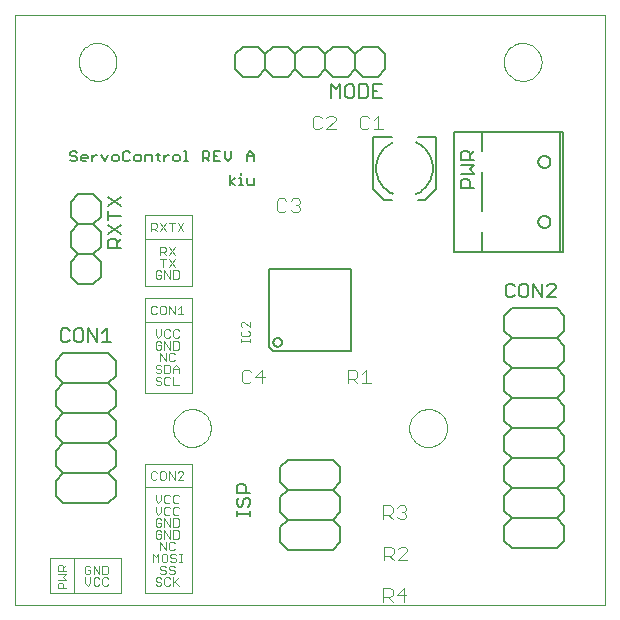
<source format=gto>
G75*
G70*
%OFA0B0*%
%FSLAX24Y24*%
%IPPOS*%
%LPD*%
%AMOC8*
5,1,8,0,0,1.08239X$1,22.5*
%
%ADD10C,0.0000*%
%ADD11C,0.0040*%
%ADD12C,0.0039*%
%ADD13C,0.0060*%
%ADD14C,0.0050*%
%ADD15C,0.0030*%
%ADD16C,0.0080*%
D10*
X000574Y000574D02*
X020259Y000574D01*
X020259Y020259D01*
X000574Y020259D01*
X000574Y000574D01*
X005849Y006479D02*
X005851Y006529D01*
X005857Y006579D01*
X005867Y006628D01*
X005881Y006676D01*
X005898Y006723D01*
X005919Y006768D01*
X005944Y006812D01*
X005972Y006853D01*
X006004Y006892D01*
X006038Y006929D01*
X006075Y006963D01*
X006115Y006993D01*
X006157Y007020D01*
X006201Y007044D01*
X006247Y007065D01*
X006294Y007081D01*
X006342Y007094D01*
X006392Y007103D01*
X006441Y007108D01*
X006492Y007109D01*
X006542Y007106D01*
X006591Y007099D01*
X006640Y007088D01*
X006688Y007073D01*
X006734Y007055D01*
X006779Y007033D01*
X006822Y007007D01*
X006863Y006978D01*
X006902Y006946D01*
X006938Y006911D01*
X006970Y006873D01*
X007000Y006833D01*
X007027Y006790D01*
X007050Y006746D01*
X007069Y006700D01*
X007085Y006652D01*
X007097Y006603D01*
X007105Y006554D01*
X007109Y006504D01*
X007109Y006454D01*
X007105Y006404D01*
X007097Y006355D01*
X007085Y006306D01*
X007069Y006258D01*
X007050Y006212D01*
X007027Y006168D01*
X007000Y006125D01*
X006970Y006085D01*
X006938Y006047D01*
X006902Y006012D01*
X006863Y005980D01*
X006822Y005951D01*
X006779Y005925D01*
X006734Y005903D01*
X006688Y005885D01*
X006640Y005870D01*
X006591Y005859D01*
X006542Y005852D01*
X006492Y005849D01*
X006441Y005850D01*
X006392Y005855D01*
X006342Y005864D01*
X006294Y005877D01*
X006247Y005893D01*
X006201Y005914D01*
X006157Y005938D01*
X006115Y005965D01*
X006075Y005995D01*
X006038Y006029D01*
X006004Y006066D01*
X005972Y006105D01*
X005944Y006146D01*
X005919Y006190D01*
X005898Y006235D01*
X005881Y006282D01*
X005867Y006330D01*
X005857Y006379D01*
X005851Y006429D01*
X005849Y006479D01*
X013723Y006479D02*
X013725Y006529D01*
X013731Y006579D01*
X013741Y006628D01*
X013755Y006676D01*
X013772Y006723D01*
X013793Y006768D01*
X013818Y006812D01*
X013846Y006853D01*
X013878Y006892D01*
X013912Y006929D01*
X013949Y006963D01*
X013989Y006993D01*
X014031Y007020D01*
X014075Y007044D01*
X014121Y007065D01*
X014168Y007081D01*
X014216Y007094D01*
X014266Y007103D01*
X014315Y007108D01*
X014366Y007109D01*
X014416Y007106D01*
X014465Y007099D01*
X014514Y007088D01*
X014562Y007073D01*
X014608Y007055D01*
X014653Y007033D01*
X014696Y007007D01*
X014737Y006978D01*
X014776Y006946D01*
X014812Y006911D01*
X014844Y006873D01*
X014874Y006833D01*
X014901Y006790D01*
X014924Y006746D01*
X014943Y006700D01*
X014959Y006652D01*
X014971Y006603D01*
X014979Y006554D01*
X014983Y006504D01*
X014983Y006454D01*
X014979Y006404D01*
X014971Y006355D01*
X014959Y006306D01*
X014943Y006258D01*
X014924Y006212D01*
X014901Y006168D01*
X014874Y006125D01*
X014844Y006085D01*
X014812Y006047D01*
X014776Y006012D01*
X014737Y005980D01*
X014696Y005951D01*
X014653Y005925D01*
X014608Y005903D01*
X014562Y005885D01*
X014514Y005870D01*
X014465Y005859D01*
X014416Y005852D01*
X014366Y005849D01*
X014315Y005850D01*
X014266Y005855D01*
X014216Y005864D01*
X014168Y005877D01*
X014121Y005893D01*
X014075Y005914D01*
X014031Y005938D01*
X013989Y005965D01*
X013949Y005995D01*
X013912Y006029D01*
X013878Y006066D01*
X013846Y006105D01*
X013818Y006146D01*
X013793Y006190D01*
X013772Y006235D01*
X013755Y006282D01*
X013741Y006330D01*
X013731Y006379D01*
X013725Y006429D01*
X013723Y006479D01*
X016873Y018684D02*
X016875Y018734D01*
X016881Y018784D01*
X016891Y018833D01*
X016905Y018881D01*
X016922Y018928D01*
X016943Y018973D01*
X016968Y019017D01*
X016996Y019058D01*
X017028Y019097D01*
X017062Y019134D01*
X017099Y019168D01*
X017139Y019198D01*
X017181Y019225D01*
X017225Y019249D01*
X017271Y019270D01*
X017318Y019286D01*
X017366Y019299D01*
X017416Y019308D01*
X017465Y019313D01*
X017516Y019314D01*
X017566Y019311D01*
X017615Y019304D01*
X017664Y019293D01*
X017712Y019278D01*
X017758Y019260D01*
X017803Y019238D01*
X017846Y019212D01*
X017887Y019183D01*
X017926Y019151D01*
X017962Y019116D01*
X017994Y019078D01*
X018024Y019038D01*
X018051Y018995D01*
X018074Y018951D01*
X018093Y018905D01*
X018109Y018857D01*
X018121Y018808D01*
X018129Y018759D01*
X018133Y018709D01*
X018133Y018659D01*
X018129Y018609D01*
X018121Y018560D01*
X018109Y018511D01*
X018093Y018463D01*
X018074Y018417D01*
X018051Y018373D01*
X018024Y018330D01*
X017994Y018290D01*
X017962Y018252D01*
X017926Y018217D01*
X017887Y018185D01*
X017846Y018156D01*
X017803Y018130D01*
X017758Y018108D01*
X017712Y018090D01*
X017664Y018075D01*
X017615Y018064D01*
X017566Y018057D01*
X017516Y018054D01*
X017465Y018055D01*
X017416Y018060D01*
X017366Y018069D01*
X017318Y018082D01*
X017271Y018098D01*
X017225Y018119D01*
X017181Y018143D01*
X017139Y018170D01*
X017099Y018200D01*
X017062Y018234D01*
X017028Y018271D01*
X016996Y018310D01*
X016968Y018351D01*
X016943Y018395D01*
X016922Y018440D01*
X016905Y018487D01*
X016891Y018535D01*
X016881Y018584D01*
X016875Y018634D01*
X016873Y018684D01*
X002700Y018684D02*
X002702Y018734D01*
X002708Y018784D01*
X002718Y018833D01*
X002732Y018881D01*
X002749Y018928D01*
X002770Y018973D01*
X002795Y019017D01*
X002823Y019058D01*
X002855Y019097D01*
X002889Y019134D01*
X002926Y019168D01*
X002966Y019198D01*
X003008Y019225D01*
X003052Y019249D01*
X003098Y019270D01*
X003145Y019286D01*
X003193Y019299D01*
X003243Y019308D01*
X003292Y019313D01*
X003343Y019314D01*
X003393Y019311D01*
X003442Y019304D01*
X003491Y019293D01*
X003539Y019278D01*
X003585Y019260D01*
X003630Y019238D01*
X003673Y019212D01*
X003714Y019183D01*
X003753Y019151D01*
X003789Y019116D01*
X003821Y019078D01*
X003851Y019038D01*
X003878Y018995D01*
X003901Y018951D01*
X003920Y018905D01*
X003936Y018857D01*
X003948Y018808D01*
X003956Y018759D01*
X003960Y018709D01*
X003960Y018659D01*
X003956Y018609D01*
X003948Y018560D01*
X003936Y018511D01*
X003920Y018463D01*
X003901Y018417D01*
X003878Y018373D01*
X003851Y018330D01*
X003821Y018290D01*
X003789Y018252D01*
X003753Y018217D01*
X003714Y018185D01*
X003673Y018156D01*
X003630Y018130D01*
X003585Y018108D01*
X003539Y018090D01*
X003491Y018075D01*
X003442Y018064D01*
X003393Y018057D01*
X003343Y018054D01*
X003292Y018055D01*
X003243Y018060D01*
X003193Y018069D01*
X003145Y018082D01*
X003098Y018098D01*
X003052Y018119D01*
X003008Y018143D01*
X002966Y018170D01*
X002926Y018200D01*
X002889Y018234D01*
X002855Y018271D01*
X002823Y018310D01*
X002795Y018351D01*
X002770Y018395D01*
X002749Y018440D01*
X002732Y018487D01*
X002718Y018535D01*
X002708Y018584D01*
X002702Y018634D01*
X002700Y018684D01*
D11*
X005123Y013312D02*
X005263Y013312D01*
X005309Y013266D01*
X005309Y013172D01*
X005263Y013126D01*
X005123Y013126D01*
X005216Y013126D02*
X005309Y013032D01*
X005417Y013032D02*
X005604Y013312D01*
X005712Y013312D02*
X005899Y013312D01*
X005805Y013312D02*
X005805Y013032D01*
X005604Y013032D02*
X005417Y013312D01*
X005123Y013312D02*
X005123Y013032D01*
X005417Y012525D02*
X005557Y012525D01*
X005604Y012478D01*
X005604Y012385D01*
X005557Y012338D01*
X005417Y012338D01*
X005417Y012245D02*
X005417Y012525D01*
X005511Y012338D02*
X005604Y012245D01*
X005712Y012245D02*
X005899Y012525D01*
X005712Y012525D02*
X005899Y012245D01*
X005899Y012131D02*
X005712Y011851D01*
X005751Y011738D02*
X005751Y011457D01*
X005564Y011738D01*
X005564Y011457D01*
X005457Y011504D02*
X005457Y011597D01*
X005363Y011597D01*
X005270Y011504D02*
X005317Y011457D01*
X005410Y011457D01*
X005457Y011504D01*
X005457Y011691D02*
X005410Y011738D01*
X005317Y011738D01*
X005270Y011691D01*
X005270Y011504D01*
X005511Y011851D02*
X005511Y012131D01*
X005604Y012131D02*
X005417Y012131D01*
X005712Y012131D02*
X005899Y011851D01*
X005859Y011738D02*
X005999Y011738D01*
X006046Y011691D01*
X006046Y011504D01*
X005999Y011457D01*
X005859Y011457D01*
X005859Y011738D01*
X005899Y010556D02*
X005899Y010276D01*
X005712Y010556D01*
X005712Y010276D01*
X005604Y010323D02*
X005604Y010510D01*
X005557Y010556D01*
X005464Y010556D01*
X005417Y010510D01*
X005417Y010323D01*
X005464Y010276D01*
X005557Y010276D01*
X005604Y010323D01*
X005309Y010323D02*
X005263Y010276D01*
X005169Y010276D01*
X005123Y010323D01*
X005123Y010510D01*
X005169Y010556D01*
X005263Y010556D01*
X005309Y010510D01*
X006006Y010463D02*
X006100Y010556D01*
X006100Y010276D01*
X006193Y010276D02*
X006006Y010276D01*
X005999Y009769D02*
X005906Y009769D01*
X005859Y009722D01*
X005859Y009536D01*
X005906Y009489D01*
X005999Y009489D01*
X006046Y009536D01*
X005999Y009375D02*
X006046Y009329D01*
X006046Y009142D01*
X005999Y009095D01*
X005859Y009095D01*
X005859Y009375D01*
X005999Y009375D01*
X005751Y009375D02*
X005751Y009095D01*
X005564Y009375D01*
X005564Y009095D01*
X005457Y009142D02*
X005457Y009235D01*
X005363Y009235D01*
X005270Y009142D02*
X005270Y009329D01*
X005317Y009375D01*
X005410Y009375D01*
X005457Y009329D01*
X005363Y009489D02*
X005457Y009582D01*
X005457Y009769D01*
X005564Y009722D02*
X005564Y009536D01*
X005611Y009489D01*
X005705Y009489D01*
X005751Y009536D01*
X005751Y009722D02*
X005705Y009769D01*
X005611Y009769D01*
X005564Y009722D01*
X005270Y009769D02*
X005270Y009582D01*
X005363Y009489D01*
X005270Y009142D02*
X005317Y009095D01*
X005410Y009095D01*
X005457Y009142D01*
X005417Y008982D02*
X005604Y008701D01*
X005604Y008982D01*
X005712Y008935D02*
X005712Y008748D01*
X005759Y008701D01*
X005852Y008701D01*
X005899Y008748D01*
X005953Y008588D02*
X006046Y008495D01*
X006046Y008308D01*
X006046Y008448D02*
X005859Y008448D01*
X005859Y008495D02*
X005953Y008588D01*
X005859Y008495D02*
X005859Y008308D01*
X005859Y008194D02*
X005859Y007914D01*
X006046Y007914D01*
X005751Y007961D02*
X005705Y007914D01*
X005611Y007914D01*
X005564Y007961D01*
X005564Y008148D01*
X005611Y008194D01*
X005705Y008194D01*
X005751Y008148D01*
X005705Y008308D02*
X005751Y008354D01*
X005751Y008541D01*
X005705Y008588D01*
X005564Y008588D01*
X005564Y008308D01*
X005705Y008308D01*
X005457Y008354D02*
X005410Y008308D01*
X005317Y008308D01*
X005270Y008354D01*
X005317Y008448D02*
X005410Y008448D01*
X005457Y008401D01*
X005457Y008354D01*
X005410Y008194D02*
X005317Y008194D01*
X005270Y008148D01*
X005270Y008101D01*
X005317Y008054D01*
X005410Y008054D01*
X005457Y008007D01*
X005457Y007961D01*
X005410Y007914D01*
X005317Y007914D01*
X005270Y007961D01*
X005457Y008148D02*
X005410Y008194D01*
X005317Y008448D02*
X005270Y008495D01*
X005270Y008541D01*
X005317Y008588D01*
X005410Y008588D01*
X005457Y008541D01*
X005417Y008701D02*
X005417Y008982D01*
X005712Y008935D02*
X005759Y008982D01*
X005852Y008982D01*
X005899Y008935D01*
X006046Y009722D02*
X005999Y009769D01*
X008137Y008351D02*
X008137Y008044D01*
X008214Y007968D01*
X008368Y007968D01*
X008444Y008044D01*
X008598Y008198D02*
X008905Y008198D01*
X008828Y007968D02*
X008828Y008428D01*
X008598Y008198D01*
X008444Y008351D02*
X008368Y008428D01*
X008214Y008428D01*
X008137Y008351D01*
X006147Y005045D02*
X006053Y005045D01*
X006006Y004998D01*
X005899Y005045D02*
X005899Y004764D01*
X005712Y005045D01*
X005712Y004764D01*
X005604Y004811D02*
X005604Y004998D01*
X005557Y005045D01*
X005464Y005045D01*
X005417Y004998D01*
X005417Y004811D01*
X005464Y004764D01*
X005557Y004764D01*
X005604Y004811D01*
X005309Y004811D02*
X005263Y004764D01*
X005169Y004764D01*
X005123Y004811D01*
X005123Y004998D01*
X005169Y005045D01*
X005263Y005045D01*
X005309Y004998D01*
X006006Y004764D02*
X006193Y004951D01*
X006193Y004998D01*
X006147Y005045D01*
X006193Y004764D02*
X006006Y004764D01*
X005999Y004257D02*
X005906Y004257D01*
X005859Y004211D01*
X005859Y004024D01*
X005906Y003977D01*
X005999Y003977D01*
X006046Y004024D01*
X005999Y003864D02*
X005906Y003864D01*
X005859Y003817D01*
X005859Y003630D01*
X005906Y003583D01*
X005999Y003583D01*
X006046Y003630D01*
X005999Y003470D02*
X005859Y003470D01*
X005859Y003190D01*
X005999Y003190D01*
X006046Y003236D01*
X006046Y003423D01*
X005999Y003470D01*
X005751Y003470D02*
X005751Y003190D01*
X005564Y003470D01*
X005564Y003190D01*
X005564Y003076D02*
X005751Y002796D01*
X005751Y003076D01*
X005859Y003076D02*
X005859Y002796D01*
X005999Y002796D01*
X006046Y002843D01*
X006046Y003029D01*
X005999Y003076D01*
X005859Y003076D01*
X005564Y003076D02*
X005564Y002796D01*
X005457Y002843D02*
X005457Y002936D01*
X005363Y002936D01*
X005270Y003029D02*
X005270Y002843D01*
X005317Y002796D01*
X005410Y002796D01*
X005457Y002843D01*
X005417Y002682D02*
X005604Y002402D01*
X005604Y002682D01*
X005712Y002636D02*
X005712Y002449D01*
X005759Y002402D01*
X005852Y002402D01*
X005899Y002449D01*
X005901Y002289D02*
X005808Y002289D01*
X005761Y002242D01*
X005761Y002195D01*
X005808Y002149D01*
X005901Y002149D01*
X005948Y002102D01*
X005948Y002055D01*
X005901Y002009D01*
X005808Y002009D01*
X005761Y002055D01*
X005653Y002055D02*
X005653Y002242D01*
X005606Y002289D01*
X005513Y002289D01*
X005466Y002242D01*
X005466Y002055D01*
X005513Y002009D01*
X005606Y002009D01*
X005653Y002055D01*
X005557Y001895D02*
X005604Y001848D01*
X005557Y001895D02*
X005464Y001895D01*
X005417Y001848D01*
X005417Y001802D01*
X005464Y001755D01*
X005557Y001755D01*
X005604Y001708D01*
X005604Y001662D01*
X005557Y001615D01*
X005464Y001615D01*
X005417Y001662D01*
X005410Y001501D02*
X005457Y001455D01*
X005410Y001501D02*
X005317Y001501D01*
X005270Y001455D01*
X005270Y001408D01*
X005317Y001361D01*
X005410Y001361D01*
X005457Y001315D01*
X005457Y001268D01*
X005410Y001221D01*
X005317Y001221D01*
X005270Y001268D01*
X005564Y001268D02*
X005611Y001221D01*
X005705Y001221D01*
X005751Y001268D01*
X005859Y001315D02*
X006046Y001501D01*
X005859Y001501D02*
X005859Y001221D01*
X005906Y001361D02*
X006046Y001221D01*
X005751Y001455D02*
X005705Y001501D01*
X005611Y001501D01*
X005564Y001455D01*
X005564Y001268D01*
X005759Y001615D02*
X005712Y001662D01*
X005759Y001615D02*
X005852Y001615D01*
X005899Y001662D01*
X005899Y001708D01*
X005852Y001755D01*
X005759Y001755D01*
X005712Y001802D01*
X005712Y001848D01*
X005759Y001895D01*
X005852Y001895D01*
X005899Y001848D01*
X006056Y002009D02*
X006149Y002009D01*
X006102Y002009D02*
X006102Y002289D01*
X006056Y002289D02*
X006149Y002289D01*
X005948Y002242D02*
X005901Y002289D01*
X005899Y002636D02*
X005852Y002682D01*
X005759Y002682D01*
X005712Y002636D01*
X005417Y002682D02*
X005417Y002402D01*
X005358Y002289D02*
X005358Y002009D01*
X005172Y002009D02*
X005172Y002289D01*
X005265Y002195D01*
X005358Y002289D01*
X005270Y003029D02*
X005317Y003076D01*
X005410Y003076D01*
X005457Y003029D01*
X005410Y003190D02*
X005457Y003236D01*
X005457Y003330D01*
X005363Y003330D01*
X005270Y003423D02*
X005270Y003236D01*
X005317Y003190D01*
X005410Y003190D01*
X005457Y003423D02*
X005410Y003470D01*
X005317Y003470D01*
X005270Y003423D01*
X005363Y003583D02*
X005457Y003677D01*
X005457Y003864D01*
X005564Y003817D02*
X005564Y003630D01*
X005611Y003583D01*
X005705Y003583D01*
X005751Y003630D01*
X005751Y003817D02*
X005705Y003864D01*
X005611Y003864D01*
X005564Y003817D01*
X005611Y003977D02*
X005705Y003977D01*
X005751Y004024D01*
X005611Y003977D02*
X005564Y004024D01*
X005564Y004211D01*
X005611Y004257D01*
X005705Y004257D01*
X005751Y004211D01*
X005999Y004257D02*
X006046Y004211D01*
X005999Y003864D02*
X006046Y003817D01*
X005457Y004070D02*
X005457Y004257D01*
X005457Y004070D02*
X005363Y003977D01*
X005270Y004070D01*
X005270Y004257D01*
X005270Y003864D02*
X005270Y003677D01*
X005363Y003583D01*
X003637Y001895D02*
X003497Y001895D01*
X003497Y001615D01*
X003637Y001615D01*
X003684Y001662D01*
X003684Y001848D01*
X003637Y001895D01*
X003389Y001895D02*
X003389Y001615D01*
X003202Y001895D01*
X003202Y001615D01*
X003094Y001662D02*
X003094Y001755D01*
X003001Y001755D01*
X002908Y001848D02*
X002908Y001662D01*
X002954Y001615D01*
X003048Y001615D01*
X003094Y001662D01*
X003094Y001501D02*
X003094Y001315D01*
X003001Y001221D01*
X002908Y001315D01*
X002908Y001501D01*
X002908Y001848D02*
X002954Y001895D01*
X003048Y001895D01*
X003094Y001848D01*
X003249Y001501D02*
X003202Y001455D01*
X003202Y001268D01*
X003249Y001221D01*
X003342Y001221D01*
X003389Y001268D01*
X003497Y001268D02*
X003544Y001221D01*
X003637Y001221D01*
X003684Y001268D01*
X003684Y001455D02*
X003637Y001501D01*
X003544Y001501D01*
X003497Y001455D01*
X003497Y001268D01*
X003389Y001455D02*
X003342Y001501D01*
X003249Y001501D01*
X002289Y001431D02*
X002195Y001524D01*
X002289Y001617D01*
X002008Y001617D01*
X002008Y001725D02*
X002008Y001865D01*
X002055Y001912D01*
X002148Y001912D01*
X002195Y001865D01*
X002195Y001725D01*
X002289Y001725D02*
X002008Y001725D01*
X002195Y001819D02*
X002289Y001912D01*
X002289Y001431D02*
X002008Y001431D01*
X002055Y001323D02*
X002148Y001323D01*
X002195Y001276D01*
X002195Y001136D01*
X002289Y001136D02*
X002008Y001136D01*
X002008Y001276D01*
X002055Y001323D01*
X011681Y007968D02*
X011681Y008428D01*
X011911Y008428D01*
X011988Y008351D01*
X011988Y008198D01*
X011911Y008121D01*
X011681Y008121D01*
X011834Y008121D02*
X011988Y007968D01*
X012141Y007968D02*
X012448Y007968D01*
X012295Y007968D02*
X012295Y008428D01*
X012141Y008275D01*
X012862Y003901D02*
X013092Y003901D01*
X013169Y003824D01*
X013169Y003670D01*
X013092Y003594D01*
X012862Y003594D01*
X013015Y003594D02*
X013169Y003440D01*
X013322Y003517D02*
X013399Y003440D01*
X013552Y003440D01*
X013629Y003517D01*
X013629Y003594D01*
X013552Y003670D01*
X013476Y003670D01*
X013552Y003670D02*
X013629Y003747D01*
X013629Y003824D01*
X013552Y003901D01*
X013399Y003901D01*
X013322Y003824D01*
X012862Y003901D02*
X012862Y003440D01*
X012897Y002530D02*
X013127Y002530D01*
X013204Y002454D01*
X013204Y002300D01*
X013127Y002224D01*
X012897Y002224D01*
X013050Y002224D02*
X013204Y002070D01*
X013357Y002070D02*
X013664Y002377D01*
X013664Y002454D01*
X013587Y002530D01*
X013434Y002530D01*
X013357Y002454D01*
X013357Y002070D02*
X013664Y002070D01*
X012897Y002070D02*
X012897Y002530D01*
X012862Y001145D02*
X013092Y001145D01*
X013169Y001068D01*
X013169Y000914D01*
X013092Y000838D01*
X012862Y000838D01*
X013015Y000838D02*
X013169Y000684D01*
X013322Y000914D02*
X013629Y000914D01*
X013552Y000684D02*
X013552Y001145D01*
X013322Y000914D01*
X012862Y000684D02*
X012862Y001145D01*
X006193Y013032D02*
X006006Y013312D01*
X006193Y013312D02*
X006006Y013032D01*
X009319Y013753D02*
X009395Y013676D01*
X009549Y013676D01*
X009626Y013753D01*
X009779Y013753D02*
X009856Y013676D01*
X010009Y013676D01*
X010086Y013753D01*
X010086Y013830D01*
X010009Y013907D01*
X009932Y013907D01*
X010009Y013907D02*
X010086Y013983D01*
X010086Y014060D01*
X010009Y014137D01*
X009856Y014137D01*
X009779Y014060D01*
X009626Y014060D02*
X009549Y014137D01*
X009395Y014137D01*
X009319Y014060D01*
X009319Y013753D01*
X010576Y016432D02*
X010730Y016432D01*
X010807Y016509D01*
X010960Y016432D02*
X011267Y016739D01*
X011267Y016816D01*
X011190Y016893D01*
X011037Y016893D01*
X010960Y016816D01*
X010807Y016816D02*
X010730Y016893D01*
X010576Y016893D01*
X010500Y016816D01*
X010500Y016509D01*
X010576Y016432D01*
X010960Y016432D02*
X011267Y016432D01*
X012074Y016509D02*
X012151Y016432D01*
X012305Y016432D01*
X012381Y016509D01*
X012535Y016432D02*
X012842Y016432D01*
X012688Y016432D02*
X012688Y016893D01*
X012535Y016739D01*
X012381Y016816D02*
X012305Y016893D01*
X012151Y016893D01*
X012074Y016816D01*
X012074Y016509D01*
D12*
X006479Y013566D02*
X006479Y012778D01*
X006479Y011204D01*
X004904Y011204D01*
X004904Y012778D01*
X004904Y013566D01*
X006479Y013566D01*
X006479Y012778D02*
X004904Y012778D01*
X004904Y010810D02*
X004904Y010023D01*
X004904Y007660D01*
X006479Y007660D01*
X006479Y010023D01*
X006479Y010810D01*
X004904Y010810D01*
X004904Y010023D02*
X006479Y010023D01*
X006479Y005298D02*
X004904Y005298D01*
X004904Y004511D01*
X004904Y000967D01*
X006479Y000967D01*
X006479Y004511D01*
X006479Y005298D01*
X006479Y004511D02*
X004904Y004511D01*
X004117Y002149D02*
X002542Y002149D01*
X001755Y002149D01*
X001755Y000967D01*
X002542Y000967D01*
X004117Y000967D01*
X004117Y002149D01*
X002542Y002149D02*
X002542Y000967D01*
D13*
X002186Y003979D02*
X003686Y003979D01*
X003936Y004229D01*
X003936Y004729D01*
X003686Y004979D01*
X002186Y004979D01*
X001936Y004729D01*
X001936Y004229D01*
X002186Y003979D01*
X002186Y004979D02*
X001936Y005229D01*
X001936Y005729D01*
X002186Y005979D01*
X003686Y005979D01*
X003936Y005729D01*
X003936Y005229D01*
X003686Y004979D01*
X003686Y005979D02*
X003936Y006229D01*
X003936Y006729D01*
X003686Y006979D01*
X002186Y006979D01*
X001936Y006729D01*
X001936Y006229D01*
X002186Y005979D01*
X002186Y006979D02*
X001936Y007229D01*
X001936Y007729D01*
X002186Y007979D01*
X003686Y007979D01*
X003936Y007729D01*
X003936Y007229D01*
X003686Y006979D01*
X003686Y007979D02*
X003936Y008229D01*
X003936Y008729D01*
X003686Y008979D01*
X002186Y008979D01*
X001936Y008729D01*
X001936Y008229D01*
X002186Y007979D01*
X002686Y011278D02*
X002436Y011528D01*
X002436Y012028D01*
X002686Y012278D01*
X002436Y012528D01*
X002436Y013028D01*
X002686Y013278D01*
X002436Y013528D01*
X002436Y014028D01*
X002686Y014278D01*
X003186Y014278D01*
X003436Y014028D01*
X003436Y013528D01*
X003186Y013278D01*
X003436Y013028D01*
X003436Y012528D01*
X003186Y012278D01*
X003436Y012028D01*
X003436Y011528D01*
X003186Y011278D01*
X002686Y011278D01*
X002686Y012278D02*
X003186Y012278D01*
X003186Y013278D02*
X002686Y013278D01*
X002583Y015367D02*
X002470Y015367D01*
X002413Y015424D01*
X002470Y015538D02*
X002583Y015538D01*
X002640Y015481D01*
X002640Y015424D01*
X002583Y015367D01*
X002470Y015538D02*
X002413Y015594D01*
X002413Y015651D01*
X002470Y015708D01*
X002583Y015708D01*
X002640Y015651D01*
X002782Y015538D02*
X002838Y015594D01*
X002952Y015594D01*
X003008Y015538D01*
X003008Y015481D01*
X002782Y015481D01*
X002782Y015424D02*
X002782Y015538D01*
X002782Y015424D02*
X002838Y015367D01*
X002952Y015367D01*
X003150Y015367D02*
X003150Y015594D01*
X003150Y015481D02*
X003263Y015594D01*
X003320Y015594D01*
X003457Y015594D02*
X003570Y015367D01*
X003684Y015594D01*
X003825Y015538D02*
X003825Y015424D01*
X003882Y015367D01*
X003995Y015367D01*
X004052Y015424D01*
X004052Y015538D01*
X003995Y015594D01*
X003882Y015594D01*
X003825Y015538D01*
X004193Y015651D02*
X004193Y015424D01*
X004250Y015367D01*
X004364Y015367D01*
X004420Y015424D01*
X004562Y015424D02*
X004618Y015367D01*
X004732Y015367D01*
X004789Y015424D01*
X004789Y015538D01*
X004732Y015594D01*
X004618Y015594D01*
X004562Y015538D01*
X004562Y015424D01*
X004420Y015651D02*
X004364Y015708D01*
X004250Y015708D01*
X004193Y015651D01*
X004930Y015594D02*
X004930Y015367D01*
X005157Y015367D02*
X005157Y015538D01*
X005100Y015594D01*
X004930Y015594D01*
X005298Y015594D02*
X005412Y015594D01*
X005355Y015651D02*
X005355Y015424D01*
X005412Y015367D01*
X005544Y015367D02*
X005544Y015594D01*
X005544Y015481D02*
X005657Y015594D01*
X005714Y015594D01*
X005851Y015538D02*
X005851Y015424D01*
X005908Y015367D01*
X006021Y015367D01*
X006078Y015424D01*
X006078Y015538D01*
X006021Y015594D01*
X005908Y015594D01*
X005851Y015538D01*
X006219Y015708D02*
X006276Y015708D01*
X006276Y015367D01*
X006219Y015367D02*
X006333Y015367D01*
X006833Y015367D02*
X006833Y015708D01*
X007003Y015708D01*
X007060Y015651D01*
X007060Y015538D01*
X007003Y015481D01*
X006833Y015481D01*
X006946Y015481D02*
X007060Y015367D01*
X007201Y015367D02*
X007428Y015367D01*
X007570Y015481D02*
X007683Y015367D01*
X007796Y015481D01*
X007796Y015708D01*
X007570Y015708D02*
X007570Y015481D01*
X007315Y015538D02*
X007201Y015538D01*
X007201Y015708D02*
X007201Y015367D01*
X007201Y015708D02*
X007428Y015708D01*
X007754Y014920D02*
X007754Y014580D01*
X007754Y014694D02*
X007924Y014807D01*
X008061Y014807D02*
X008117Y014807D01*
X008117Y014580D01*
X008061Y014580D02*
X008174Y014580D01*
X008306Y014637D02*
X008363Y014580D01*
X008533Y014580D01*
X008533Y014807D01*
X008306Y014807D02*
X008306Y014637D01*
X008117Y014920D02*
X008117Y014977D01*
X007924Y014580D02*
X007754Y014694D01*
X008306Y015367D02*
X008306Y015594D01*
X008420Y015708D01*
X008533Y015594D01*
X008533Y015367D01*
X008533Y015538D02*
X008306Y015538D01*
X008166Y018184D02*
X007916Y018434D01*
X007916Y018934D01*
X008166Y019184D01*
X008666Y019184D01*
X008916Y018934D01*
X009166Y019184D01*
X009666Y019184D01*
X009916Y018934D01*
X010166Y019184D01*
X010666Y019184D01*
X010916Y018934D01*
X011166Y019184D01*
X011666Y019184D01*
X011916Y018934D01*
X012166Y019184D01*
X012666Y019184D01*
X012916Y018934D01*
X012916Y018434D01*
X012666Y018184D01*
X012166Y018184D01*
X011916Y018434D01*
X011666Y018184D01*
X011166Y018184D01*
X010916Y018434D01*
X010916Y018934D01*
X010916Y018434D02*
X010666Y018184D01*
X010166Y018184D01*
X009916Y018434D01*
X009666Y018184D01*
X009166Y018184D01*
X008916Y018434D01*
X008666Y018184D01*
X008166Y018184D01*
X008916Y018434D02*
X008916Y018934D01*
X009916Y018934D02*
X009916Y018434D01*
X011916Y018434D02*
X011916Y018934D01*
X015209Y016353D02*
X016159Y016353D01*
X016159Y015703D01*
X016159Y016353D02*
X018759Y016353D01*
X018859Y016353D01*
X018859Y012353D01*
X018759Y012353D01*
X016159Y012353D01*
X016159Y013003D01*
X016159Y012353D02*
X015209Y012353D01*
X015209Y016353D01*
X016159Y015003D02*
X016159Y013703D01*
X018029Y013353D02*
X018031Y013381D01*
X018037Y013408D01*
X018046Y013434D01*
X018059Y013459D01*
X018076Y013482D01*
X018095Y013502D01*
X018117Y013519D01*
X018141Y013533D01*
X018167Y013543D01*
X018194Y013550D01*
X018222Y013553D01*
X018250Y013552D01*
X018277Y013547D01*
X018304Y013538D01*
X018329Y013526D01*
X018352Y013511D01*
X018373Y013492D01*
X018391Y013471D01*
X018406Y013447D01*
X018417Y013421D01*
X018425Y013395D01*
X018429Y013367D01*
X018429Y013339D01*
X018425Y013311D01*
X018417Y013285D01*
X018406Y013259D01*
X018391Y013235D01*
X018373Y013214D01*
X018352Y013195D01*
X018329Y013180D01*
X018304Y013168D01*
X018277Y013159D01*
X018250Y013154D01*
X018222Y013153D01*
X018194Y013156D01*
X018167Y013163D01*
X018141Y013173D01*
X018117Y013187D01*
X018095Y013204D01*
X018076Y013224D01*
X018059Y013247D01*
X018046Y013272D01*
X018037Y013298D01*
X018031Y013325D01*
X018029Y013353D01*
X018759Y012353D02*
X018759Y016353D01*
X018029Y015353D02*
X018031Y015381D01*
X018037Y015408D01*
X018046Y015434D01*
X018059Y015459D01*
X018076Y015482D01*
X018095Y015502D01*
X018117Y015519D01*
X018141Y015533D01*
X018167Y015543D01*
X018194Y015550D01*
X018222Y015553D01*
X018250Y015552D01*
X018277Y015547D01*
X018304Y015538D01*
X018329Y015526D01*
X018352Y015511D01*
X018373Y015492D01*
X018391Y015471D01*
X018406Y015447D01*
X018417Y015421D01*
X018425Y015395D01*
X018429Y015367D01*
X018429Y015339D01*
X018425Y015311D01*
X018417Y015285D01*
X018406Y015259D01*
X018391Y015235D01*
X018373Y015214D01*
X018352Y015195D01*
X018329Y015180D01*
X018304Y015168D01*
X018277Y015159D01*
X018250Y015154D01*
X018222Y015153D01*
X018194Y015156D01*
X018167Y015163D01*
X018141Y015173D01*
X018117Y015187D01*
X018095Y015204D01*
X018076Y015224D01*
X018059Y015247D01*
X018046Y015272D01*
X018037Y015298D01*
X018031Y015325D01*
X018029Y015353D01*
X018647Y010479D02*
X017147Y010479D01*
X016897Y010229D01*
X016897Y009729D01*
X017147Y009479D01*
X018647Y009479D01*
X018897Y009729D01*
X018897Y010229D01*
X018647Y010479D01*
X018647Y009479D02*
X018897Y009229D01*
X018897Y008729D01*
X018647Y008479D01*
X017147Y008479D01*
X016897Y008729D01*
X016897Y009229D01*
X017147Y009479D01*
X017147Y008479D02*
X016897Y008229D01*
X016897Y007729D01*
X017147Y007479D01*
X018647Y007479D01*
X018897Y007729D01*
X018897Y008229D01*
X018647Y008479D01*
X018647Y007479D02*
X018897Y007229D01*
X018897Y006729D01*
X018647Y006479D01*
X017147Y006479D01*
X016897Y006729D01*
X016897Y007229D01*
X017147Y007479D01*
X017147Y006479D02*
X016897Y006229D01*
X016897Y005729D01*
X017147Y005479D01*
X018647Y005479D01*
X018897Y005729D01*
X018897Y006229D01*
X018647Y006479D01*
X018647Y005479D02*
X018897Y005229D01*
X018897Y004729D01*
X018647Y004479D01*
X017147Y004479D01*
X016897Y004729D01*
X016897Y005229D01*
X017147Y005479D01*
X017147Y004479D02*
X016897Y004229D01*
X016897Y003729D01*
X017147Y003479D01*
X018647Y003479D01*
X018897Y003729D01*
X018897Y004229D01*
X018647Y004479D01*
X018647Y003479D02*
X018897Y003229D01*
X018897Y002729D01*
X018647Y002479D01*
X017147Y002479D01*
X016897Y002729D01*
X016897Y003229D01*
X017147Y003479D01*
X011796Y009036D02*
X009176Y009036D01*
X009036Y009176D01*
X009036Y011796D01*
X011796Y011796D01*
X011796Y009036D01*
X009195Y009336D02*
X009197Y009359D01*
X009203Y009382D01*
X009212Y009403D01*
X009225Y009423D01*
X009241Y009440D01*
X009259Y009454D01*
X009279Y009465D01*
X009301Y009473D01*
X009324Y009477D01*
X009348Y009477D01*
X009371Y009473D01*
X009393Y009465D01*
X009413Y009454D01*
X009431Y009440D01*
X009447Y009423D01*
X009460Y009403D01*
X009469Y009382D01*
X009475Y009359D01*
X009477Y009336D01*
X009475Y009313D01*
X009469Y009290D01*
X009460Y009269D01*
X009447Y009249D01*
X009431Y009232D01*
X009413Y009218D01*
X009393Y009207D01*
X009371Y009199D01*
X009348Y009195D01*
X009324Y009195D01*
X009301Y009199D01*
X009279Y009207D01*
X009259Y009218D01*
X009241Y009232D01*
X009225Y009249D01*
X009212Y009269D01*
X009203Y009290D01*
X009197Y009313D01*
X009195Y009336D01*
X009666Y005420D02*
X011166Y005420D01*
X011416Y005170D01*
X011416Y004670D01*
X011166Y004420D01*
X009666Y004420D01*
X009416Y004670D01*
X009416Y005170D01*
X009666Y005420D01*
X009666Y004420D02*
X009416Y004170D01*
X009416Y003670D01*
X009666Y003420D01*
X011166Y003420D01*
X011416Y003670D01*
X011416Y004170D01*
X011166Y004420D01*
X011166Y003420D02*
X011416Y003170D01*
X011416Y002670D01*
X011166Y002420D01*
X009666Y002420D01*
X009416Y002670D01*
X009416Y003170D01*
X009666Y003420D01*
D14*
X008423Y003551D02*
X008423Y003702D01*
X008423Y003627D02*
X007972Y003627D01*
X007972Y003702D02*
X007972Y003551D01*
X008047Y003858D02*
X008122Y003858D01*
X008198Y003933D01*
X008198Y004084D01*
X008273Y004159D01*
X008348Y004159D01*
X008423Y004084D01*
X008423Y003933D01*
X008348Y003858D01*
X008047Y003858D02*
X007972Y003933D01*
X007972Y004084D01*
X008047Y004159D01*
X007972Y004319D02*
X007972Y004544D01*
X008047Y004619D01*
X008198Y004619D01*
X008273Y004544D01*
X008273Y004319D01*
X008423Y004319D02*
X007972Y004319D01*
X003785Y009351D02*
X003485Y009351D01*
X003635Y009351D02*
X003635Y009801D01*
X003485Y009651D01*
X003325Y009801D02*
X003325Y009351D01*
X003024Y009801D01*
X003024Y009351D01*
X002864Y009426D02*
X002864Y009726D01*
X002789Y009801D01*
X002639Y009801D01*
X002564Y009726D01*
X002564Y009426D01*
X002639Y009351D01*
X002789Y009351D01*
X002864Y009426D01*
X002404Y009426D02*
X002329Y009351D01*
X002179Y009351D01*
X002104Y009426D01*
X002104Y009726D01*
X002179Y009801D01*
X002329Y009801D01*
X002404Y009726D01*
X003681Y012492D02*
X003681Y012717D01*
X003756Y012792D01*
X003906Y012792D01*
X003981Y012717D01*
X003981Y012492D01*
X004131Y012492D02*
X003681Y012492D01*
X003981Y012642D02*
X004131Y012792D01*
X004131Y012952D02*
X003681Y013253D01*
X003681Y013413D02*
X003681Y013713D01*
X003681Y013563D02*
X004131Y013563D01*
X004131Y013873D02*
X003681Y014173D01*
X003681Y013873D02*
X004131Y014173D01*
X004131Y013253D02*
X003681Y012952D01*
X011130Y017489D02*
X011130Y017939D01*
X011280Y017789D01*
X011430Y017939D01*
X011430Y017489D01*
X011590Y017564D02*
X011665Y017489D01*
X011815Y017489D01*
X011890Y017564D01*
X011890Y017864D01*
X011815Y017939D01*
X011665Y017939D01*
X011590Y017864D01*
X011590Y017564D01*
X012050Y017489D02*
X012050Y017939D01*
X012276Y017939D01*
X012351Y017864D01*
X012351Y017564D01*
X012276Y017489D01*
X012050Y017489D01*
X012511Y017489D02*
X012511Y017939D01*
X012811Y017939D01*
X012661Y017714D02*
X012511Y017714D01*
X012511Y017489D02*
X012811Y017489D01*
X015434Y015643D02*
X015434Y015418D01*
X015884Y015418D01*
X015734Y015418D02*
X015734Y015643D01*
X015659Y015718D01*
X015509Y015718D01*
X015434Y015643D01*
X015734Y015568D02*
X015884Y015718D01*
X015884Y015258D02*
X015434Y015258D01*
X015734Y015108D02*
X015884Y015258D01*
X015734Y015108D02*
X015884Y014957D01*
X015434Y014957D01*
X015509Y014797D02*
X015659Y014797D01*
X015734Y014722D01*
X015734Y014497D01*
X015884Y014497D02*
X015434Y014497D01*
X015434Y014722D01*
X015509Y014797D01*
X017012Y011285D02*
X016937Y011210D01*
X016937Y010910D01*
X017012Y010835D01*
X017162Y010835D01*
X017238Y010910D01*
X017398Y010910D02*
X017398Y011210D01*
X017473Y011285D01*
X017623Y011285D01*
X017698Y011210D01*
X017698Y010910D01*
X017623Y010835D01*
X017473Y010835D01*
X017398Y010910D01*
X017238Y011210D02*
X017162Y011285D01*
X017012Y011285D01*
X017858Y011285D02*
X017858Y010835D01*
X018158Y010835D02*
X017858Y011285D01*
X018158Y011285D02*
X018158Y010835D01*
X018318Y010835D02*
X018619Y011135D01*
X018619Y011210D01*
X018544Y011285D01*
X018394Y011285D01*
X018318Y011210D01*
X018318Y010835D02*
X018619Y010835D01*
D15*
X008401Y010026D02*
X008401Y009832D01*
X008208Y010026D01*
X008159Y010026D01*
X008111Y009977D01*
X008111Y009881D01*
X008159Y009832D01*
X008159Y009731D02*
X008111Y009683D01*
X008111Y009586D01*
X008159Y009538D01*
X008353Y009538D01*
X008401Y009586D01*
X008401Y009683D01*
X008353Y009731D01*
X008401Y009438D02*
X008401Y009341D01*
X008401Y009390D02*
X008111Y009390D01*
X008111Y009438D02*
X008111Y009341D01*
D16*
X012877Y014097D02*
X012523Y014452D01*
X012523Y016184D01*
X013133Y016184D01*
X013999Y016184D02*
X014609Y016184D01*
X014609Y014452D01*
X014255Y014097D01*
X013999Y014097D01*
X013133Y014097D02*
X012877Y014097D01*
X013940Y014275D02*
X013995Y014301D01*
X014048Y014331D01*
X014100Y014364D01*
X014149Y014400D01*
X014195Y014439D01*
X014239Y014481D01*
X014281Y014526D01*
X014319Y014573D01*
X014354Y014623D01*
X014386Y014675D01*
X014414Y014729D01*
X014439Y014784D01*
X014460Y014842D01*
X014478Y014900D01*
X014491Y014959D01*
X014501Y015019D01*
X014507Y015080D01*
X014509Y015141D01*
X014507Y015202D01*
X014501Y015263D01*
X014491Y015323D01*
X014478Y015382D01*
X014460Y015440D01*
X014439Y015498D01*
X014414Y015553D01*
X014386Y015607D01*
X014354Y015659D01*
X014319Y015709D01*
X014281Y015756D01*
X014239Y015801D01*
X014195Y015843D01*
X014149Y015882D01*
X014100Y015918D01*
X014048Y015951D01*
X013995Y015981D01*
X013940Y016007D01*
X013192Y016007D02*
X013137Y015981D01*
X013084Y015951D01*
X013032Y015918D01*
X012983Y015882D01*
X012937Y015843D01*
X012893Y015801D01*
X012851Y015756D01*
X012813Y015709D01*
X012778Y015659D01*
X012746Y015607D01*
X012718Y015553D01*
X012693Y015498D01*
X012672Y015440D01*
X012654Y015382D01*
X012641Y015323D01*
X012631Y015263D01*
X012625Y015202D01*
X012623Y015141D01*
X012625Y015080D01*
X012631Y015019D01*
X012641Y014959D01*
X012654Y014900D01*
X012672Y014842D01*
X012693Y014784D01*
X012718Y014729D01*
X012746Y014675D01*
X012778Y014623D01*
X012813Y014573D01*
X012851Y014526D01*
X012893Y014481D01*
X012937Y014439D01*
X012983Y014400D01*
X013032Y014364D01*
X013084Y014331D01*
X013137Y014301D01*
X013192Y014275D01*
M02*

</source>
